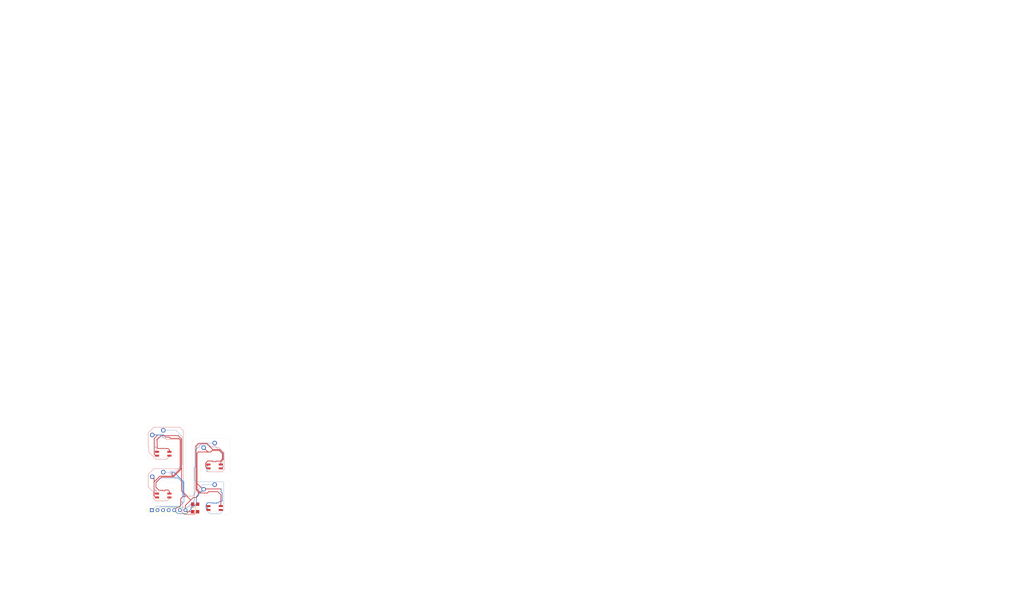
<source format=kicad_pcb>
(kicad_pcb (version 20240108) (generator "pcbnew") (generator_version "8.0")
  (layers (0 "F.Cu" signal) (31 "B.Cu" signal) (34 "B.Paste" user) (35 "F.Paste" user) (36 "B.SilkS" user "B.Silkscreen") (37 "F.SilkS" user "F.Silkscreen") (38 "B.Mask" user) (39 "F.Mask" user) (44 "Edge.Cuts" user))
  (net 0 "")
  (net 1 "Vcc")
  (net 2 "Gnd")
  (net 3 "Din")
  (net 4 "Net-(D13-DOUT)")
  (net 5 "Net-(D14-DOUT)")
  (net 6 "Net-(D13-DIN)")
  (net 7 "Net-(D15-DOUT)")
  (net 8 "Net-(D16-DOUT)")
  (net 9 "sw2")
  (net 10 "sw1")
  (net 11 "sw3")
  (net 12 "sw4")
  (footprint "libs:SK6812_mini_e_corners" (layer "F.Cu") (at -68.9474 129.626399)
    (property "Reference" "D16" (hide yes))
    (property "Value" "RIGHT_LED")
    (fp_circle (center -2.15 1.8) (end -2 1.6) (stroke (width 0.12)) (fill none) (layer "F.SilkS"))
    (fp_line (start -1.7 -1.36) (end -1.7 1.64) (stroke (width 0.1)) (layer "Edge.Cuts"))
    (fp_line (start -0.7 -1.36) (end 0.7 -1.36) (stroke (width 0.1)) (layer "Edge.Cuts"))
    (fp_line (start -0.7 1.64) (end 0.7 1.64) (stroke (width 0.1)) (layer "Edge.Cuts"))
    (fp_line (start 1.7 1.64) (end 1.7 -1.36) (stroke (width 0.1)) (layer "Edge.Cuts"))
    (fp_arc (start -1.7 -1.36) (mid -1.2 -1.86) (end -0.7 -1.36) (stroke (width 0.1)) (layer "Edge.Cuts"))
    (fp_arc (start -0.7 1.64) (mid -1.2 2.14) (end -1.7 1.64) (stroke (width 0.1)) (layer "Edge.Cuts"))
    (fp_arc (start 0.7 -1.36) (mid 1.2 -1.86) (end 1.7 -1.36) (stroke (width 0.1)) (layer "Edge.Cuts"))
    (fp_arc (start 1.7 1.64) (mid 1.2 2.14) (end 0.7 1.64) (stroke (width 0.1)) (layer "Edge.Cuts"))
    (pad "1" smd rect (at 2.825 0.975) (size 1.85 0.85) (layers "F.Cu" "F.Paste" "F.Mask") (net 8 "Net-(D16-DOUT)"))
    (pad "2" smd rect (at -2.825 0.975) (size 1.85 0.85) (layers "F.Cu") (net 2 "Gnd"))
    (pad "3" smd rect (at -2.825 -0.775 180) (size 1.85 0.85) (layers "F.Cu" "F.Paste" "F.Mask") (net 7 "Net-(D15-DOUT)"))
    (pad "4" smd rect (at 2.825 -0.775 180) (size 1.85 0.85) (layers "F.Cu" "F.Paste" "F.Mask") (net 1 "Vcc"))
  )
  (footprint "custom:C_SOD123" (layer "F.Cu") (at -78.85 134.7 90)
    (property "Reference" "C3" (hide yes))
    (property "Value" "NA_C")
    (fp_text user "C" (at 4.6 0.6 90) (layer "F.SilkS") (effects (font (size 0.8 0.8) (thickness 0.2) (bold yes)) (justify left bottom)))
    (pad "1" smd rect (at 3.3 0 90) (size 1.524 1.524) (layers "F.Cu" "F.Paste" "F.Mask") (net 1 "Vcc"))
    (pad "2" smd rect (at 6.7 0 90) (size 1.524 1.524) (layers "F.Cu" "F.Paste" "F.Mask") (net 2 "Gnd"))
  )
  (footprint "libs:SK6812_mini_e_corners" (layer "F.Cu") (at -92.1974 105.076399)
    (property "Reference" "D14" (hide yes))
    (property "Value" "RIGHT_LED")
    (fp_circle (center -2.15 1.8) (end -2 1.6) (stroke (width 0.12)) (fill none) (layer "F.SilkS"))
    (fp_line (start -1.7 -1.36) (end -1.7 1.64) (stroke (width 0.1)) (layer "Edge.Cuts"))
    (fp_line (start -0.7 -1.36) (end 0.7 -1.36) (stroke (width 0.1)) (layer "Edge.Cuts"))
    (fp_line (start -0.7 1.64) (end 0.7 1.64) (stroke (width 0.1)) (layer "Edge.Cuts"))
    (fp_line (start 1.7 1.64) (end 1.7 -1.36) (stroke (width 0.1)) (layer "Edge.Cuts"))
    (fp_arc (start -1.7 -1.36) (mid -1.2 -1.86) (end -0.7 -1.36) (stroke (width 0.1)) (layer "Edge.Cuts"))
    (fp_arc (start -0.7 1.64) (mid -1.2 2.14) (end -1.7 1.64) (stroke (width 0.1)) (layer "Edge.Cuts"))
    (fp_arc (start 0.7 -1.36) (mid 1.2 -1.86) (end 1.7 -1.36) (stroke (width 0.1)) (layer "Edge.Cuts"))
    (fp_arc (start 1.7 1.64) (mid 1.2 2.14) (end 0.7 1.64) (stroke (width 0.1)) (layer "Edge.Cuts"))
    (pad "1" smd rect (at 2.825 0.975) (size 1.85 0.85) (layers "F.Cu" "F.Paste" "F.Mask") (net 5 "Net-(D14-DOUT)"))
    (pad "2" smd rect (at -2.825 0.975) (size 1.85 0.85) (layers "F.Cu") (net 2 "Gnd"))
    (pad "3" smd rect (at -2.825 -0.775 180) (size 1.85 0.85) (layers "F.Cu" "F.Paste" "F.Mask") (net 4 "Net-(D13-DOUT)"))
    (pad "4" smd rect (at 2.825 -0.775 180) (size 1.85 0.85) (layers "F.Cu" "F.Paste" "F.Mask") (net 1 "Vcc"))
  )
  (footprint "libs:SK6812_mini_e_corners" (layer "F.Cu") (at -68.9474 110.826399)
    (property "Reference" "D15" (hide yes))
    (property "Value" "RIGHT_LED")
    (fp_circle (center -2.15 1.8) (end -2 1.6) (stroke (width 0.12)) (fill none) (layer "F.SilkS"))
    (fp_line (start -1.7 -1.36) (end -1.7 1.64) (stroke (width 0.1)) (layer "Edge.Cuts"))
    (fp_line (start -0.7 -1.36) (end 0.7 -1.36) (stroke (width 0.1)) (layer "Edge.Cuts"))
    (fp_line (start -0.7 1.64) (end 0.7 1.64) (stroke (width 0.1)) (layer "Edge.Cuts"))
    (fp_line (start 1.7 1.64) (end 1.7 -1.36) (stroke (width 0.1)) (layer "Edge.Cuts"))
    (fp_arc (start -1.7 -1.36) (mid -1.2 -1.86) (end -0.7 -1.36) (stroke (width 0.1)) (layer "Edge.Cuts"))
    (fp_arc (start -0.7 1.64) (mid -1.2 2.14) (end -1.7 1.64) (stroke (width 0.1)) (layer "Edge.Cuts"))
    (fp_arc (start 0.7 -1.36) (mid 1.2 -1.86) (end 1.7 -1.36) (stroke (width 0.1)) (layer "Edge.Cuts"))
    (fp_arc (start 1.7 1.64) (mid 1.2 2.14) (end 0.7 1.64) (stroke (width 0.1)) (layer "Edge.Cuts"))
    (pad "1" smd rect (at 2.825 0.975) (size 1.85 0.85) (layers "F.Cu" "F.Paste" "F.Mask") (net 7 "Net-(D15-DOUT)"))
    (pad "2" smd rect (at -2.825 0.975) (size 1.85 0.85) (layers "F.Cu") (net 2 "Gnd"))
    (pad "3" smd rect (at -2.825 -0.775 180) (size 1.85 0.85) (layers "F.Cu" "F.Paste" "F.Mask") (net 5 "Net-(D14-DOUT)"))
    (pad "4" smd rect (at 2.825 -0.775 180) (size 1.85 0.85) (layers "F.Cu" "F.Paste" "F.Mask") (net 1 "Vcc"))
  )
  (footprint "Connector_PinHeader_2.54mm:PinHeader_1x07_P2.54mm_Vertical" (layer "F.Cu") (at -97.34 130.7 90)
    (property "Reference" "J7" (at 0 -2.33 270) (layer "F.SilkS"))
    (property "Value" "Conn_01x07_Socket")
    (fp_line (start -1.33 -1.33) (end 0 -1.33) (stroke (width 0.12)) (layer "F.SilkS"))
    (fp_line (start -1.33 0) (end -1.33 -1.33) (stroke (width 0.12)) (layer "F.SilkS"))
    (fp_line (start 1.33 1.27) (end 1.33 16.57) (stroke (width 0.12)) (layer "F.SilkS"))
    (fp_line (start -1.33 1.27) (end 1.33 1.27) (stroke (width 0.12)) (layer "F.SilkS"))
    (fp_line (start -1.33 1.27) (end -1.33 16.57) (stroke (width 0.12)) (layer "F.SilkS"))
    (fp_line (start -1.33 16.57) (end 1.33 16.57) (stroke (width 0.12)) (layer "F.SilkS"))
    (pad "1" thru_hole rect (at 0 0 90) (size 1.7 1.7) (drill 1) (layers "*.Cu" "*.Mask") (net 10 "sw1"))
    (pad "2" thru_hole oval (at 0 2.54 90) (size 1.7 1.7) (drill 1) (layers "*.Cu" "*.Mask") (net 9 "sw2"))
    (pad "3" thru_hole oval (at 0 5.08 90) (size 1.7 1.7) (drill 1) (layers "*.Cu" "*.Mask") (net 11 "sw3"))
    (pad "4" thru_hole oval (at 0 7.62 90) (size 1.7 1.7) (drill 1) (layers "*.Cu" "*.Mask") (net 12 "sw4"))
    (pad "5" thru_hole oval (at 0 10.16 90) (size 1.7 1.7) (drill 1) (layers "*.Cu" "*.Mask") (net 2 "Gnd"))
    (pad "6" thru_hole oval (at 0 12.7 90) (size 1.7 1.7) (drill 1) (layers "*.Cu" "*.Mask") (net 3 "Din"))
    (pad "7" thru_hole oval (at 0 15.24 90) (size 1.7 1.7) (drill 1) (layers "*.Cu" "*.Mask") (net 1 "Vcc"))
  )
  (footprint "custom:R_SOD123" (layer "F.Cu") (at -76.625 134.7 90)
    (property "Reference" "R3" (hide yes))
    (property "Value" "NA_R")
    (fp_text user "R" (at 4.6 0.6 90) (layer "F.SilkS") (effects (font (size 0.8 0.8) (thickness 0.15) (bold yes)) (justify left bottom)))
    (pad "1" smd rect (at 3.3 0 90) (size 1.524 1.524) (layers "F.Cu" "F.Paste" "F.Mask") (net 3 "Din"))
    (pad "2" smd rect (at 6.7 0 90) (size 1.524 1.524) (layers "F.Cu" "F.Paste" "F.Mask") (net 6 "Net-(D13-DIN)"))
  )
  (footprint "libs:SK6812_mini_e_corners" (layer "F.Cu") (at -92.1974 123.976399)
    (property "Reference" "D13" (hide yes))
    (property "Value" "RIGHT_LED")
    (fp_circle (center -2.15 1.8) (end -2 1.6) (stroke (width 0.12)) (fill none) (layer "F.SilkS"))
    (fp_line (start -1.7 -1.36) (end -1.7 1.64) (stroke (width 0.1)) (layer "Edge.Cuts"))
    (fp_line (start -0.7 -1.36) (end 0.7 -1.36) (stroke (width 0.1)) (layer "Edge.Cuts"))
    (fp_line (start -0.7 1.64) (end 0.7 1.64) (stroke (width 0.1)) (layer "Edge.Cuts"))
    (fp_line (start 1.7 1.64) (end 1.7 -1.36) (stroke (width 0.1)) (layer "Edge.Cuts"))
    (fp_arc (start -1.7 -1.36) (mid -1.2 -1.86) (end -0.7 -1.36) (stroke (width 0.1)) (layer "Edge.Cuts"))
    (fp_arc (start -0.7 1.64) (mid -1.2 2.14) (end -1.7 1.64) (stroke (width 0.1)) (layer "Edge.Cuts"))
    (fp_arc (start 0.7 -1.36) (mid 1.2 -1.86) (end 1.7 -1.36) (stroke (width 0.1)) (layer "Edge.Cuts"))
    (fp_arc (start 1.7 1.64) (mid 1.2 2.14) (end 0.7 1.64) (stroke (width 0.1)) (layer "Edge.Cuts"))
    (pad "1" smd rect (at 2.825 0.975) (size 1.85 0.85) (layers "F.Cu" "F.Paste" "F.Mask") (net 4 "Net-(D13-DOUT)"))
    (pad "2" smd rect (at -2.825 0.975) (size 1.85 0.85) (layers "F.Cu") (net 2 "Gnd"))
    (pad "3" smd rect (at -2.825 -0.775 180) (size 1.85 0.85) (layers "F.Cu" "F.Paste" "F.Mask") (net 6 "Net-(D13-DIN)"))
    (pad "4" smd rect (at 2.825 -0.775 180) (size 1.85 0.85) (layers "F.Cu" "F.Paste" "F.Mask") (net 1 "Vcc"))
  )
  (footprint "custom:choc" (layer "B.Cu") (at -92.15 119.4)
    (property "Reference" "SW6" (hide yes))
    (property "Value" "SW_Push")
    (pad "" np_thru_hole circle (at -5.5 0) (size 1.7018 1.7018) (drill 1.7018) (layers "*.Cu" "*.Mask"))
    (pad "" np_thru_hole circle (at 0 0) (size 3.429 3.429) (drill 3.429) (layers "*.Cu" "*.Mask"))
    (pad "" np_thru_hole circle (at 5.22 4.2) (size 0.9906 0.9906) (drill 0.9906) (layers "*.Cu" "*.Mask"))
    (pad "" np_thru_hole circle (at 5.5 0) (size 1.7018 1.7018) (drill 1.7018) (layers "*.Cu" "*.Mask"))
    (pad "1" thru_hole circle (at 0 -5.9) (size 2.032 2.032) (drill 1.27) (layers "*.Cu" "*.Mask") (net 10 "sw1"))
    (pad "2" thru_hole circle (at -5 -3.8) (size 2.032 2.032) (drill 1.27) (layers "*.Cu" "*.Mask") (net 2 "Gnd"))
  )
  (footprint "custom:choc" (layer "B.Cu") (at -92.15 100.5)
    (property "Reference" "SW5" (hide yes))
    (property "Value" "SW_Push")
    (pad "" np_thru_hole circle (at -5.5 0) (size 1.7018 1.7018) (drill 1.7018) (layers "*.Cu" "*.Mask"))
    (pad "" np_thru_hole circle (at 0 0) (size 3.429 3.429) (drill 3.429) (layers "*.Cu" "*.Mask"))
    (pad "" np_thru_hole circle (at 5.22 4.2) (size 0.9906 0.9906) (drill 0.9906) (layers "*.Cu" "*.Mask"))
    (pad "" np_thru_hole circle (at 5.5 0) (size 1.7018 1.7018) (drill 1.7018) (layers "*.Cu" "*.Mask"))
    (pad "1" thru_hole circle (at 0 -5.9) (size 2.032 2.032) (drill 1.27) (layers "*.Cu" "*.Mask") (net 9 "sw2"))
    (pad "2" thru_hole circle (at -5 -3.8) (size 2.032 2.032) (drill 1.27) (layers "*.Cu" "*.Mask") (net 2 "Gnd"))
  )
  (footprint "custom:choc" (layer "B.Cu") (at -68.9 125.05)
    (property "Reference" "SW7" (hide yes))
    (property "Value" "SW_Push")
    (pad "" np_thru_hole circle (at -5.5 0) (size 1.7018 1.7018) (drill 1.7018) (layers "*.Cu" "*.Mask"))
    (pad "" np_thru_hole circle (at 0 0) (size 3.429 3.429) (drill 3.429) (layers "*.Cu" "*.Mask"))
    (pad "" np_thru_hole circle (at 5.22 4.2) (size 0.9906 0.9906) (drill 0.9906) (layers "*.Cu" "*.Mask"))
    (pad "" np_thru_hole circle (at 5.5 0) (size 1.7018 1.7018) (drill 1.7018) (layers "*.Cu" "*.Mask"))
    (pad "1" thru_hole circle (at 0 -5.9) (size 2.032 2.032) (drill 1.27) (layers "*.Cu" "*.Mask") (net 12 "sw4"))
    (pad "2" thru_hole circle (at -5 -3.8) (size 2.032 2.032) (drill 1.27) (layers "*.Cu" "*.Mask") (net 2 "Gnd"))
  )
  (footprint "custom:choc" (layer "B.Cu") (at -68.9 106.25)
    (property "Reference" "SW8" (hide yes))
    (property "Value" "SW_Push")
    (pad "" np_thru_hole circle (at -5.5 0) (size 1.7018 1.7018) (drill 1.7018) (layers "*.Cu" "*.Mask"))
    (pad "" np_thru_hole circle (at 0 0) (size 3.429 3.429) (drill 3.429) (layers "*.Cu" "*.Mask"))
    (pad "" np_thru_hole circle (at 5.22 4.2) (size 0.9906 0.9906) (drill 0.9906) (layers "*.Cu" "*.Mask"))
    (pad "" np_thru_hole circle (at 5.5 0) (size 1.7018 1.7018) (drill 1.7018) (layers "*.Cu" "*.Mask"))
    (pad "1" thru_hole circle (at 0 -5.9) (size 2.032 2.032) (drill 1.27) (layers "*.Cu" "*.Mask") (net 11 "sw3"))
    (pad "2" thru_hole circle (at -5 -3.8) (size 2.032 2.032) (drill 1.27) (layers "*.Cu" "*.Mask") (net 2 "Gnd"))
  )
  (gr_line (start -90.449797 99.367897) (end -85.6 99.4) (stroke (width 0.05)) (layer "Edge.Cuts"))
  (gr_arc (start -61.85 112.3) (mid -62.28934 113.36066) (end -63.35 113.8) (stroke (width 0.05)) (layer "Edge.Cuts"))
  (gr_arc (start -70.600203 105.167897) (mid -66.890324 106.098871) (end -70.419247 107.574208) (stroke (width 0.05)) (layer "Edge.Cuts"))
  (gr_line (start -63.35 117.1) (end -69.0474 117.103601) (stroke (width 0.05)) (layer "Edge.Cuts"))
  (gr_line (start -85.6 99.4) (end -85.6 111.303601) (stroke (width 0.05)) (layer "Edge.Cuts"))
  (gr_arc (start -71.85 132.7) (mid -72.91066 132.26066) (end -73.35 131.2) (stroke (width 0.05)) (layer "Edge.Cuts"))
  (gr_arc (start -63.35 117.1) (mid -62.28934 117.53934) (end -61.85 118.6) (stroke (width 0.05)) (layer "Edge.Cuts"))
  (gr_line (start -82.1 92.4) (end -82.1 100.4) (stroke (width 0.05)) (layer "Edge.Cuts"))
  (gr_line (start -99.2 112.8) (end -99.2 125.4) (stroke (width 0.05)) (layer "Edge.Cuts"))
  (gr_line (start -85.6 128.4) (end -99.1 128.4) (stroke (width 0.05)) (layer "Edge.Cuts"))
  (gr_arc (start -97.68934 107.98934) (mid -98.75 107.55) (end -99.18934 106.48934) (stroke (width 0.05)) (layer "Edge.Cuts"))
  (gr_line (start -85.6026 118.303601) (end -85.6 128.4) (stroke (width 0.05)) (layer "Edge.Cuts"))
  (gr_line (start -73.35 107.6) (end -73.35 113.8) (stroke (width 0.05)) (layer "Edge.Cuts"))
  (gr_arc (start -70.597603 124.071498) (mid -66.887725 125.00247) (end -70.416647 126.477809) (stroke (width 0.05)) (layer "Edge.Cuts"))
  (gr_line (start -90.452397 118.271498) (end -85.6026 118.303601) (stroke (width 0.05)) (layer "Edge.Cuts"))
  (gr_line (start -92 92.4) (end -97.7 92.4) (stroke (width 0.05)) (layer "Edge.Cuts"))
  (gr_line (start -75.45 117.103601) (end -69.0474 117.103601) (stroke (width 0.05)) (layer "Edge.Cuts"))
  (gr_line (start -92.0026 111.303601) (end -85.6 111.303601) (stroke (width 0.05)) (layer "Edge.Cuts"))
  (gr_arc (start -90.633353 120.677809) (mid -94.162276 119.202472) (end -90.452397 118.271498) (stroke (width 0.05)) (layer "Edge.Cuts"))
  (gr_line (start -87.7 108) (end -87.7 101.8) (stroke (width 0.05)) (layer "Edge.Cuts"))
  (gr_arc (start -99.2 112.8) (mid -98.76066 111.73934) (end -97.7 111.3) (stroke (width 0.05)) (layer "Edge.Cuts"))
  (gr_line (start -75.45 105.2) (end -70.600203 105.167897) (stroke (width 0.05)) (layer "Edge.Cuts"))
  (gr_arc (start -63.35 98.21066) (mid -62.28934 98.65) (end -61.85 99.71066) (stroke (width 0.05)) (layer "Edge.Cuts"))
  (gr_line (start -87.7 101.8) (end -90.630753 101.774208) (stroke (width 0.05)) (layer "Edge.Cuts"))
  (gr_line (start -78.9 122.1) (end -78.95 106.2) (stroke (width 0.05)) (layer "Edge.Cuts"))
  (gr_line (start -82.1 100.4) (end -82.1 122.1) (stroke (width 0.05)) (layer "Edge.Cuts"))
  (gr_line (start -61.85 112.3) (end -61.85 99.71066) (stroke (width 0.05)) (layer "Edge.Cuts"))
  (gr_line (start -73.35 113.8) (end -63.35 113.8) (stroke (width 0.05)) (layer "Edge.Cuts"))
  (gr_line (start -70.419247 107.574208) (end -73.35 107.6) (stroke (width 0.05)) (layer "Edge.Cuts"))
  (gr_line (start -87.7 125.4) (end -87.7026 120.703601) (stroke (width 0.05)) (layer "Edge.Cuts"))
  (gr_line (start -73.3474 126.503601) (end -73.35 131.2) (stroke (width 0.05)) (layer "Edge.Cuts"))
  (gr_line (start -92 92.4) (end -82.1 92.4) (stroke (width 0.05)) (layer "Edge.Cuts"))
  (gr_line (start -75.4474 124.103601) (end -70.597603 124.071498) (stroke (width 0.05)) (layer "Edge.Cuts"))
  (gr_line (start -78.95 106.2) (end -78.95 99.7) (stroke (width 0.05)) (layer "Edge.Cuts"))
  (gr_line (start -97.7 126.9) (end -89.2 126.9) (stroke (width 0.05)) (layer "Edge.Cuts"))
  (gr_line (start -99.1 133) (end -75.4474 133) (stroke (width 0.05)) (layer "Edge.Cuts"))
  (gr_line (start -61.85 131.2) (end -61.85 118.6) (stroke (width 0.05)) (layer "Edge.Cuts"))
  (gr_arc (start -78.9 122.1) (mid -80.5 123.7) (end -82.1 122.1) (stroke (width 0.05)) (layer "Edge.Cuts"))
  (gr_arc (start -61.85 131.2) (mid -62.28934 132.26066) (end -63.35 132.7) (stroke (width 0.05)) (layer "Edge.Cuts"))
  (gr_line (start -99.1 128.4) (end -99.1 133) (stroke (width 0.05)) (layer "Edge.Cuts"))
  (gr_arc (start -90.630753 101.774208) (mid -94.159676 100.298871) (end -90.449797 99.367897) (stroke (width 0.05)) (layer "Edge.Cuts"))
  (gr_line (start -70.416647 126.477809) (end -73.3474 126.503601) (stroke (width 0.05)) (layer "Edge.Cuts"))
  (gr_line (start -71.85 132.7) (end -63.35 132.7) (stroke (width 0.05)) (layer "Edge.Cuts"))
  (gr_line (start -75.4474 133) (end -75.4474 124.103601) (stroke (width 0.05)) (layer "Edge.Cuts"))
  (gr_line (start -75.45 117.103601) (end -75.45 105.2) (stroke (width 0.05)) (layer "Edge.Cuts"))
  (gr_arc (start -99.2 93.9) (mid -98.76066 92.83934) (end -97.7 92.4) (stroke (width 0.05)) (layer "Edge.Cuts"))
  (gr_line (start -87.7026 120.703601) (end -90.633353 120.677809) (stroke (width 0.05)) (layer "Edge.Cuts"))
  (gr_arc (start -97.7 126.9) (mid -98.76066 126.46066) (end -99.2 125.4) (stroke (width 0.05)) (layer "Edge.Cuts"))
  (gr_arc (start -87.7 125.4) (mid -88.13934 126.46066) (end -89.2 126.9) (stroke (width 0.05)) (layer "Edge.Cuts"))
  (gr_line (start -99.2 93.9) (end -99.18934 106.48934) (stroke (width 0.05)) (layer "Edge.Cuts"))
  (gr_line (start -63.35 98.21066) (end -69.05 98.2) (stroke (width 0.05)) (layer "Edge.Cuts"))
  (gr_arc (start -78.95 99.7) (mid -78.51066 98.63934) (end -77.45 98.2) (stroke (width 0.05)) (layer "Edge.Cuts"))
  (gr_line (start -97.68934 107.98934) (end -87.7 108) (stroke (width 0.05)) (layer "Edge.Cuts"))
  (gr_line (start -77.45 98.2) (end -69.05 98.2) (stroke (width 0.05)) (layer "Edge.Cuts"))
  (gr_line (start -92.0026 111.303601) (end -97.7 111.3) (stroke (width 0.05)) (layer "Edge.Cuts"))
  (segment (start -95.5 118.3) (end -93 115.8) (width 0.3) (layer "F.Cu") (net 1))
  (segment (start -89.9 102.9) (end -89.3724 103.4276) (width 0.3) (layer "F.Cu") (net 1))
  (segment (start -89.3724 123.201399) (end -89.3724 122.2276) (width 0.3) (layer "F.Cu") (net 1))
  (segment (start -67.5 122.35) (end -71.6 122.35) (width 0.3) (layer "F.Cu") (net 1))
  (segment (start -91.2 121.6) (end -91.5 121.9) (width 0.3) (layer "F.Cu") (net 1))
  (segment (start -76.35 124.1) (end -76.35 122.4) (width 0.3) (layer "F.Cu") (net 1))
  (segment (start -93 115.8) (end -87.7 115.8) (width 0.3) (layer "F.Cu") (net 1))
  (segment (start -77.3 125.05) (end -78.65 125.05) (width 0.3) (layer "F.Cu") (net 1))
  (segment (start -83.9 98.5) (end -85.4 97) (width 0.3) (layer "F.Cu") (net 1))
  (segment (start -90 121.6) (end -91.2 121.6) (width 0.3) (layer "F.Cu") (net 1))
  (segment (start -66.1224 108.8724) (end -65 107.75) (width 0.3) (layer "F.Cu") (net 1))
  (segment (start -79.75 126.15) (end -82.1 128.5) (width 0.3) (layer "F.Cu") (net 1))
  (segment (start -77.3 101.75) (end -77.3 121.45) (width 0.3) (layer "F.Cu") (net 1))
  (segment (start -66.1224 123.7276) (end -67.5 122.35) (width 0.3) (layer "F.Cu") (net 1))
  (segment (start -89.3724 122.2276) (end -90 121.6) (width 0.3) (layer "F.Cu") (net 1))
  (segment (start -71.6 122.35) (end -72.2 122.95) (width 0.3) (layer "F.Cu") (net 1))
  (segment (start -95.5 120.3) (end -95.5 118.3) (width 0.3) (layer "F.Cu") (net 1))
  (segment (start -69.85 103.25) (end -72.45 100.65) (width 0.3) (layer "F.Cu") (net 1))
  (segment (start -93.1 97) (end -94.9 98.8) (width 0.3) (layer "F.Cu") (net 1))
  (segment (start -91.5 121.9) (end -92.4 121.9) (width 0.3) (layer "F.Cu") (net 1))
  (segment (start -66.6 103.25) (end -69.85 103.25) (width 0.3) (layer "F.Cu") (net 1))
  (segment (start -72.45 100.65) (end -76.2 100.65) (width 0.3) (layer "F.Cu") (net 1))
  (segment (start -92.6 121.7) (end -94.1 121.7) (width 0.3) (layer "F.Cu") (net 1))
  (segment (start -90.5 102.9) (end -89.9 102.9) (width 0.3) (layer "F.Cu") (net 1))
  (segment (start -94.9 102.4) (end -94.5 102.8) (width 0.3) (layer "F.Cu") (net 1))
  (segment (start -83.9 122) (end -79.75 126.15) (width 0.3) (layer "F.Cu") (net 1))
  (segment (start -83.9 111.75) (end -83.9 122) (width 0.3) (layer "F.Cu") (net 1))
  (segment (start -83.9 112) (end -83.9 111.75) (width 0.3) (layer "F.Cu") (net 1))
  (segment (start -94.5 102.8) (end -90.6 102.8) (width 0.3) (layer "F.Cu") (net 1))
  (segment (start -89.3724 104.301399) (end -89.3724 103.4276) (width 0.3) (layer "F.Cu") (net 1))
  (segment (start -78.65 125.05) (end -79.75 126.15) (width 0.3) (layer "F.Cu") (net 1))
  (segment (start -66.1224 108.8724) (end -66.1224 110.051399) (width 0.3) (layer "F.Cu") (net 1))
  (segment (start -78.85 131.4) (end -81.4 131.4) (width 0.3) (layer "F.Cu") (net 1))
  (segment (start -90.6 102.8) (end -90.5 102.9) (width 0.3) (layer "F.Cu") (net 1))
  (segment (start -85.4 97) (end -93.1 97) (width 0.3) (layer "F.Cu") (net 1))
  (segment (start -65 104.85) (end -66.6 103.25) (width 0.3) (layer "F.Cu") (net 1))
  (segment (start -77.175 124.925) (end -77.3 125.05) (width 0.3) (layer "F.Cu") (net 1))
  (segment (start -82.1 128.5) (end -82.1 130.7) (width 0.3) (layer "F.Cu") (net 1))
  (segment (start -94.9 98.8) (end -94.9 102.4) (width 0.3) (layer "F.Cu") (net 1))
  (segment (start -66.1224 128.851399) (end -66.1224 123.7276) (width 0.3) (layer "F.Cu") (net 1))
  (segment (start -92.4 121.9) (end -92.6 121.7) (width 0.3) (layer "F.Cu") (net 1))
  (segment (start -77.3 121.45) (end -76.35 122.4) (width 0.3) (layer "F.Cu") (net 1))
  (segment (start -94.1 121.7) (end -95.5 120.3) (width 0.3) (layer "F.Cu") (net 1))
  (segment (start -75.8 122.95) (end -76.35 122.4) (width 0.3) (layer "F.Cu") (net 1))
  (segment (start -87.7 115.8) (end -83.9 112) (width 0.3) (layer "F.Cu") (net 1))
  (segment (start -83.9 111.75) (end -83.9 98.5) (width 0.3) (layer "F.Cu") (net 1))
  (segment (start -72.2 122.95) (end -75.8 122.95) (width 0.3) (layer "F.Cu") (net 1))
  (segment (start -65 107.75) (end -65 104.85) (width 0.3) (layer "F.Cu") (net 1))
  (segment (start -77.175 124.925) (end -76.35 124.1) (width 0.3) (layer "F.Cu") (net 1))
  (segment (start -76.2 100.65) (end -77.3 101.75) (width 0.3) (layer "F.Cu") (net 1))
  (segment (start -81.4 131.4) (end -82.1 130.7) (width 0.3) (layer "F.Cu") (net 1))
  (segment (start -91.1 97.7) (end -89.425 97.7) (width 0.3) (layer "F.Cu") (net 2))
  (segment (start -84.35 111.813604) (end -87.886396 115.35) (width 0.3) (layer "F.Cu") (net 2))
  (segment (start -79.6 129.45) (end -78.85 128.7) (width 0.3) (layer "F.Cu") (net 2))
  (segment (start -76.313604 104.4) (end -76.85 104.936396) (width 0.3) (layer "F.Cu") (net 2))
  (segment (start -84.275 125.525) (end -83.325 124.575) (width 0.3) (layer "F.Cu") (net 2))
  (segment (start -68.2 108.55) (end -66.436396 108.55) (width 0.3) (layer "F.Cu") (net 2))
  (segment (start -75.031802 122.381802) (end -73.9 121.25) (width 0.3) (layer "F.Cu") (net 2))
  (segment (start -96.3 117.9) (end -93.75 115.35) (width 0.3) (layer "F.Cu") (net 2))
  (segment (start -88.1 113.85) (end -88.1 115.35) (width 0.3) (layer "F.Cu") (net 2))
  (segment (start -96.3 116.45) (end -97.15 115.6) (width 0.3) (layer "F.Cu") (net 2))
  (segment (start -89.425 97.7) (end -88.875 98.25) (width 0.3) (layer "F.Cu") (net 2))
  (segment (start -72.523799 129.85) (end -71.7724 130.601399) (width 0.3) (layer "F.Cu") (net 2))
  (segment (start -85.125 129.45) (end -84.275 128.6) (width 0.3) (layer "F.Cu") (net 2))
  (segment (start -72 108.45) (end -70 108.45) (width 0.3) (layer "F.Cu") (net 2))
  (segment (start -95.5224 124.951399) (end -96.3 124.173799) (width 0.3) (layer "F.Cu") (net 2))
  (segment (start -75.731802 122.381802) (end -75.031802 122.381802) (width 0.3) (layer "F.Cu") (net 2))
  (segment (start -93.75 115.35) (end -88.1 115.35) (width 0.3) (layer "F.Cu") (net 2))
  (segment (start -95.0224 106.051399) (end -95.5224 106.051399) (width 0.3) (layer "F.Cu") (net 2))
  (segment (start -84.275 128.6) (end -84.275 125.525) (width 0.3) (layer "F.Cu") (net 2))
  (segment (start -70 108.45) (end -69.7 108.75) (width 0.3) (layer "F.Cu") (net 2))
  (segment (start -84.35 98.95) (end -84.35 111.813604) (width 0.3) (layer "F.Cu") (net 2))
  (segment (start -96.3 124.173799) (end -96.3 117.9) (width 0.3) (layer "F.Cu") (net 2))
  (segment (start -66 121.1) (end -74.4 121.1) (width 0.3) (layer "F.Cu") (net 2))
  (segment (start -70 103.7) (end -70.7 104.4) (width 0.3) (layer "F.Cu") (net 2))
  (segment (start -87.886396 115.35) (end -88.1 115.35) (width 0.3) (layer "F.Cu") (net 2))
  (segment (start -83.325 124.575) (end -82.125 124.575) (width 0.3) (layer "F.Cu") (net 2))
  (segment (start -70.7 104.4) (end -71.85 104.4) (width 0.3) (layer "F.Cu") (net 2))
  (segment (start -72.9974 111.076399) (end -72.9974 109.4474) (width 0.3) (layer "F.Cu") (net 2))
  (segment (start -74.4 121.1) (end -76.85 118.65) (width 0.3) (layer "F.Cu") (net 2))
  (segment (start -72.9974 109.4474) (end -72 108.45) (width 0.3) (layer "F.Cu") (net 2))
  (segment (start -96.2474 105.326399) (end -96.2474 98.3474) (width 0.3) (layer "F.Cu") (net 2))
  (segment (start -76.85 104.936396) (end -76.85 118.65) (width 0.3) (layer "F.Cu") (net 2))
  (segment (start -76.85 118.65) (end -76.85 121.263604) (width 0.3) (layer "F.Cu") (net 2))
  (segment (start -71.85 104.4) (end -76.313604 104.4) (width 0.3) (layer "F.Cu") (net 2))
  (segment (start -71.7724 111.801399) (end -72.2724 111.801399) (width 0.3) (layer "F.Cu") (net 2))
  (segment (start -88.875 98.25) (end -85.05 98.25) (width 0.3) (layer "F.Cu") (net 2))
  (segment (start -88.35 113.6) (end -88.1 113.85) (width 0.3) (layer "F.Cu") (net 2))
  (segment (start -72.2724 111.801399) (end -72.9974 111.076399) (width 0.3) (layer "F.Cu") (net 2))
  (segment (start -68.4 108.75) (end -68.2 108.55) (width 0.3) (layer "F.Cu") (net 2))
  (segment (start -96.3 117.9) (end -96.3 116.45) (width 0.3) (layer "F.Cu") (net 2))
  (segment (start -71.95 104.4) (end -71.85 104.4) (width 0.3) (layer "F.Cu") (net 2))
  (segment (start -69.7 108.75) (end -68.4 108.75) (width 0.3) (layer "F.Cu") (net 2))
  (segment (start -73.9 102.45) (end -71.95 104.4) (width 0.3) (layer "F.Cu") (net 2))
  (segment (start -95.5224 106.051399) (end -96.2474 105.326399) (width 0.3) (layer "F.Cu") (net 2))
  (segment (start -76.85 121.263604) (end -75.731802 122.381802) (width 0.3) (layer "F.Cu") (net 2))
  (segment (start -72.8 129.85) (end -72.523799 129.85) (width 0.3) (layer "F.Cu") (net 2))
  (segment (start -65.45 105.15) (end -66.9 103.7) (width 0.3) (layer "F.Cu") (net 2))
  (segment (start -65.45 107.563604) (end -65.45 105.15) (width 0.3) (layer "F.Cu") (net 2))
  (segment (start -95.0224 124.951399) (end -95.5224 124.951399) (width 0.3) (layer "F.Cu") (net 2))
  (segment (start -96.2474 98.3474) (end -94.6 96.7) (width 0.3) (layer "F.Cu") (net 2))
  (segment (start -78.85 128.7) (end -78.85 128) (width 0.3) (layer "F.Cu") (net 2))
  (segment (start -85.05 98.25) (end -84.35 98.95) (width 0.3) (layer "F.Cu") (net 2))
  (segment (start -66.9 103.7) (end -70 103.7) (width 0.3) (layer "F.Cu") (net 2))
  (segment (start -66.436396 108.55) (end -65.45 107.563604) (width 0.3) (layer "F.Cu") (net 2))
  (segment (start -87.18 130.7) (end -85.93 129.45) (width 0.3) (layer "F.Cu") (net 2))
  (segment (start -85.93 129.45) (end -85.125 129.45) (width 0.3) (layer "F.Cu") (net 2))
  (via (at -79.6 129.45) (size 0.5) (drill 0.3) (layers "F.Cu" "B.Cu") (net 2))
  (via (at -88.35 113.6) (size 0.5) (drill 0.3) (layers "F.Cu" "B.Cu") (net 2))
  (via (at -82.125 124.575) (size 0.5) (drill 0.3) (layers "F.Cu" "B.Cu") (net 2))
  (via (at -91.1 97.7) (size 0.5) (drill 0.3) (layers "F.Cu" "B.Cu") (net 2))
  (via (at -72.8 129.85) (size 0.5) (drill 0.3) (layers "F.Cu" "B.Cu") (net 2))
  (via (at -66 121.1) (size 0.5) (drill 0.3) (layers "F.Cu" "B.Cu") (net 2))
  (via (at -94.6 96.7) (size 0.5) (drill 0.3) (layers "F.Cu" "B.Cu") (net 2))
  (segment (start -92.1 96.7) (end -94.6 96.7) (width 0.3) (layer "B.Cu") (net 2))
  (segment (start -72.5 127.75) (end -72.5 128.05) (width 0.3) (layer "B.Cu") (net 2))
  (segment (start -72.5 128.05) (end -72.8 128.35) (width 0.3) (layer "B.Cu") (net 2))
  (segment (start -67.2 127.35) (end -67.9 127.35) (width 0.3) (layer "B.Cu") (net 2))
  (segment (start -69.8 127.35) (end -72.1 127.35) (width 0.3) (layer "B.Cu") (net 2))
  (segment (start -77.15 127.8) (end -77.15 124.5) (width 0.3) (layer "B.Cu") (net 2))
  (segment (start -68 127.45) (end -68.2 127.45) (width 0.3) (layer "B.Cu") (net 2))
  (segment (start -67.9 127.35) (end -68 127.45) (width 0.3) (layer "B.Cu") (net 2))
  (segment (start -91.1 97.7) (end -92.1 96.7) (width 0.3) (layer "B.Cu") (net 2))
  (segment (start -69.6 127.55) (end -69.8 127.35) (width 0.3) (layer "B.Cu") (net 2))
  (segment (start -65.5 122.95) (end -65.5 126.65) (width 0.3) (layer "B.Cu") (net 2))
  (segment (start -82.125 124.575) (end -82.875 123.825) (width 0.3) (layer "B.Cu") (net 2))
  (segment (start -85.63 132.25) (end -87.18 130.7) (width 0.3) (layer "B.Cu") (net 2))
  (segment (start -79.6 130.25) (end -81.6 132.25) (width 0.3) (layer "B.Cu") (net 2))
  (segment (start -82.875 123.825) (end -82.875 117.9) (width 0.3) (layer "B.Cu") (net 2))
  (segment (start -72.8 128.35) (end -72.8 129.85) (width 0.3) (layer "B.Cu") (net 2))
  (segment (start -66 121.1) (end -66 122.45) (width 0.3) (layer "B.Cu") (net 2))
  (segment (start -66 122.45) (end -65.5 122.95) (width 0.3) (layer "B.Cu") (net 2))
  (segment (start -68.3 127.55) (end -69.6 127.55) (width 0.3) (layer "B.Cu") (net 2))
  (segment (start -87.175 113.6) (end -88.35 113.6) (width 0.3) (layer "B.Cu") (net 2))
  (segment (start -81.6 132.25) (end -85.63 132.25) (width 0.3) (layer "B.Cu") (net 2))
  (segment (start -79.6 129.45) (end -78.8 129.45) (width 0.3) (layer "B.Cu") (net 2))
  (segment (start -65.5 126.65) (end -66.5 126.65) (width 0.3) (layer "B.Cu") (net 2))
  (segment (start -78.8 129.45) (end -77.15 127.8) (width 0.3) (layer "B.Cu") (net 2))
  (segment (start -66.5 126.65) (end -67.2 127.35) (width 0.3) (layer "B.Cu") (net 2))
  (segment (start -68.2 127.45) (end -68.3 127.55) (width 0.3) (layer "B.Cu") (net 2))
  (segment (start -79.6 129.45) (end -79.6 130.25) (width 0.3) (layer "B.Cu") (net 2))
  (segment (start -77.15 124.5) (end -73.9 121.25) (width 0.3) (layer "B.Cu") (net 2))
  (segment (start -82.875 117.9) (end -87.175 113.6) (width 0.3) (layer "B.Cu") (net 2))
  (segment (start -72.1 127.35) (end -72.5 127.75) (width 0.3) (layer "B.Cu") (net 2))
  (segment (start -94.6 96.7) (end -97.15 96.7) (width 0.3) (layer "B.Cu") (net 2))
  (segment (start -82.665 132.675) (end -84.64 130.7) (width 0.1) (layer "F.Cu") (net 3))
  (segment (start -76.625 131.4) (end -77.9 132.675) (width 0.1) (layer "F.Cu") (net 3))
  (segment (start -77.9 132.675) (end -82.665 132.675) (width 0.1) (layer "F.Cu") (net 3))
  (segment (start -84.7 99.094974) (end -85.194974 98.6) (width 0.1) (layer "F.Cu") (net 4))
  (segment (start -85.05637 112.025) (end -84.7 111.66863) (width 0.1) (layer "F.Cu") (net 4))
  (segment (start -95.625 126.525) (end -96.65 125.5) (width 0.1) (layer "F.Cu") (net 4))
  (segment (start -91.2 98.2) (end -91.725 98.2) (width 0.1) (layer "F.Cu") (net 4))
  (segment (start -98.9 120.25) (end -98.9 114.35) (width 0.1) (layer "F.Cu") (net 4))
  (segment (start -85.194974 98.6) (end -90.8 98.6) (width 0.1) (layer "F.Cu") (net 4))
  (segment (start -96.65 125.5) (end -96.65 122.5) (width 0.1) (layer "F.Cu") (net 4))
  (segment (start -89.3724 124.951399) (end -89.3724 125.6) (width 0.1) (layer "F.Cu") (net 4))
  (segment (start -98.9 114.35) (end -96.575 112.025) (width 0.1) (layer "F.Cu") (net 4))
  (segment (start -96.575 112.025) (end -85.05637 112.025) (width 0.1) (layer "F.Cu") (net 4))
  (segment (start -89.3724 125.6) (end -90.2974 126.525) (width 0.1) (layer "F.Cu") (net 4))
  (segment (start -95.0224 102.8526) (end -95.0224 104.301399) (width 0.1) (layer "F.Cu") (net 4))
  (segment (start -84.7 111.66863) (end -84.7 99.094974) (width 0.1) (layer "F.Cu") (net 4))
  (segment (start -91.725 98.2) (end -92.275 97.65) (width 0.1) (layer "F.Cu") (net 4))
  (segment (start -90.2974 126.525) (end -95.625 126.525) (width 0.1) (layer "F.Cu") (net 4))
  (segment (start -96.65 122.5) (end -98.9 120.25) (width 0.1) (layer "F.Cu") (net 4))
  (segment (start -95.675 102.2) (end -95.0224 102.8526) (width 0.1) (layer "F.Cu") (net 4))
  (segment (start -90.8 98.6) (end -91.2 98.2) (width 0.1) (layer "F.Cu") (net 4))
  (via (at -92.275 97.65) (size 0.5) (drill 0.3) (layers "F.Cu" "B.Cu") (net 4))
  (via (at -95.675 102.2) (size 0.5) (drill 0.3) (layers "F.Cu" "B.Cu") (net 4))
  (segment (start -92.275 97.65) (end -94.15 97.65) (width 0.1) (layer "B.Cu") (net 4))
  (segment (start -95.525 99.025) (end -95.675 99.175) (width 0.1) (layer "B.Cu") (net 4))
  (segment (start -95.675 99.175) (end -95.675 102.2) (width 0.1) (layer "B.Cu") (net 4))
  (segment (start -94.15 97.65) (end -95.525 99.025) (width 0.1) (layer "B.Cu") (net 4))
  (segment (start -95.525 107.625) (end -98.6509 104.4991) (width 0.1) (layer "F.Cu") (net 5))
  (segment (start -83.125 94.8) (end -83.125 107.025) (width 0.1) (layer "F.Cu") (net 5))
  (segment (start -90.675 107.55) (end -90.75 107.625) (width 0.1) (layer "F.Cu") (net 5))
  (segment (start -70.377513 102.227513) (end -67.127512 102.227513) (width 0.1) (layer "F.Cu") (net 5))
  (segment (start -71.7724 110.2474) (end -71.7724 110.051399) (width 0.1) (layer "F.Cu") (net 5))
  (segment (start -77.825 117.85) (end -77.825 101.780025) (width 0.1) (layer "F.Cu") (net 5))
  (segment (start -82.052513 123.352513) (end -81.080026 124.325) (width 0.1) (layer "F.Cu") (net 5))
  (segment (start -72.305026 100.3) (end -70.377513 102.227513) (width 0.1) (layer "F.Cu") (net 5))
  (segment (start -83.15 107.05) (end -83.15 122.255026) (width 0.1) (layer "F.Cu") (net 5))
  (segment (start -98.925 101.65) (end -98.925 95.675) (width 0.1) (layer "F.Cu") (net 5))
  (segment (start -77.825 123.25) (end -77.825 117.85) (width 0.1) (layer "F.Cu") (net 5))
  (segment (start -72.375 110.85) (end -71.7724 110.2474) (width 0.1) (layer "F.Cu") (net 5))
  (segment (start -90.75 107.625) (end -95.525 107.625) (width 0.1) (layer "F.Cu") (net 5))
  (segment (start -65.625 113.4) (end -72.025 113.4) (width 0.1) (layer "F.Cu") (net 5))
  (segment (start -98.925 95.675) (end -96.85 93.6) (width 0.1) (layer "F.Cu") (net 5))
  (segment (start -98.6509 101.9741) (end -98.95 101.675) (width 0.1) (layer "F.Cu") (net 5))
  (segment (start -89.3724 106.4474) (end -90.475 107.55) (width 0.1) (layer "F.Cu") (net 5))
  (segment (start -67.127512 102.227513) (end -64.65 104.705025) (width 0.1) (layer "F.Cu") (net 5))
  (segment (start -72.025 113.4) (end -72.4 113.025) (width 0.1) (layer "F.Cu") (net 5))
  (segment (start -64.65 112.425) (end -65.625 113.4) (width 0.1) (layer "F.Cu") (net 5))
  (segment (start -83.125 107.025) (end -83.15 107.05) (width 0.1) (layer "F.Cu") (net 5))
  (segment (start -84.8 93.125) (end -83.125 94.8) (width 0.1) (layer "F.Cu") (net 5))
  (segment (start -77.825 101.780025) (end -76.344975 100.3) (width 0.1) (layer "F.Cu") (net 5))
  (segment (start -90.475 107.55) (end -90.675 107.55) (width 0.1) (layer "F.Cu") (net 5))
  (segment (start -83.15 122.255026) (end -82.052513 123.352513) (width 0.1) (layer "F.Cu") (net 5))
  (segment (start -89.3724 106.051399) (end -89.3724 106.4474) (width 0.1) (layer "F.Cu") (net 5))
  (segment (start -96.85 93.6) (end -96.375 93.125) (width 0.1) (layer "F.Cu") (net 5))
  (segment (start -73.975 100.3) (end -72.305026 100.3) (width 0.1) (layer "F.Cu") (net 5))
  (segment (start -91.9 93.125) (end -84.8 93.125) (width 0.1) (layer "F.Cu") (net 5))
  (segment (start -81.080026 124.325) (end -78.9 124.325) (width 0.1) (layer "F.Cu") (net 5))
  (segment (start -64.65 107.325) (end -64.65 112.425) (width 0.1) (layer "F.Cu") (net 5))
  (segment (start -96.375 93.125) (end -91.9 93.125) (width 0.1) (layer "F.Cu") (net 5))
  (segment (start -76.344975 100.3) (end -73.975 100.3) (width 0.1) (layer "F.Cu") (net 5))
  (segment (start -64.65 104.705025) (end -64.65 107.325) (width 0.1) (layer "F.Cu") (net 5))
  (segment (start -98.95 101.675) (end -98.925 101.65) (width 0.1) (layer "F.Cu") (net 5))
  (segment (start -78.9 124.325) (end -77.825 123.25) (width 0.1) (layer "F.Cu") (net 5))
  (segment (start -98.6509 104.4991) (end -98.6509 101.9741) (width 0.1) (layer "F.Cu") (net 5))
  (via (at -72.375 110.85) (size 0.5) (drill 0.3) (layers "F.Cu" "B.Cu") (net 5))
  (via (at -72.4 113.025) (size 0.5) (drill 0.3) (layers "F.Cu" "B.Cu") (net 5))
  (segment (start -72.4 113.025) (end -72.4 110.875) (width 0.1) (layer "B.Cu") (net 5))
  (segment (start -72.4 110.875) (end -72.375 110.85) (width 0.1) (layer "B.Cu") (net 5))
  (segment (start -83.65 127.1) (end -83.4 127.35) (width 0.1) (layer "F.Cu") (net 6))
  (segment (start -83.4 131.657158) (end -82.582158 132.475) (width 0.1) (layer "F.Cu") (net 6))
  (segment (start -83.4 127.35) (end -83.4 131.657158) (width 0.1) (layer "F.Cu") (net 6))
  (segment (start -95.0224 122.3526) (end -95.6 121.775) (width 0.1) (layer "F.Cu") (net 6))
  (segment (start -77.7 132.174) (end -77.7 129.075) (width 0.1) (layer "F.Cu") (net 6))
  (segment (start -82.582158 132.475) (end -78.001 132.475) (width 0.1) (layer "F.Cu") (net 6))
  (segment (start -95.0224 123.201399) (end -95.0224 122.3526) (width 0.1) (layer "F.Cu") (net 6))
  (segment (start -77.7 129.075) (end -76.625 128) (width 0.1) (layer "F.Cu") (net 6))
  (segment (start -78.001 132.475) (end -77.7 132.174) (width 0.1) (layer "F.Cu") (net 6))
  (via (at -95.6 121.775) (size 0.5) (drill 0.3) (layers "F.Cu" "B.Cu") (net 6))
  (via (at -83.65 127.1) (size 0.5) (drill 0.3) (layers "F.Cu" "B.Cu") (net 6))
  (segment (start -95.6 121.775) (end -95.6 117.825) (width 0.1) (layer "B.Cu") (net 6))
  (segment (start -85.577079 116.258579) (end -83.65 118.185658) (width 0.1) (layer "B.Cu") (net 6))
  (segment (start -83.65 118.185658) (end -83.65 127.15) (width 0.1) (layer "B.Cu") (net 6))
  (segment (start -94.033579 116.258579) (end -85.577079 116.258579) (width 0.1) (layer "B.Cu") (net 6))
  (segment (start -95.6 117.825) (end -94.033579 116.258579) (width 0.1) (layer "B.Cu") (net 6))
  (segment (start -72.045436 129.550544) (end -72.045436 129.124435) (width 0.1) (layer "F.Cu") (net 7))
  (segment (start -72.045436 129.124435) (end -71.7724 128.851399) (width 0.1) (layer "F.Cu") (net 7))
  (segment (start -66.026399 111.801399) (end -65.175 110.95) (width 0.1) (layer "F.Cu") (net 7))
  (segment (start -66.1224 111.801399) (end -66.026399 111.801399) (width 0.1) (layer "F.Cu") (net 7))
  (via (at -65.175 110.95) (size 0.5) (drill 0.3) (layers "F.Cu" "B.Cu") (net 7))
  (via (at -72.045436 129.550544) (size 0.5) (drill 0.3) (layers "F.Cu" "B.Cu") (net 7))
  (segment (start -75.301158 101.234) (end -75.783579 101.716421) (width 0.1) (layer "B.Cu") (net 7))
  (segment (start -71.766 101.234) (end -75.301158 101.234) (width 0.1) (layer "B.Cu") (net 7))
  (segment (start -78.05 117.05) (end -77.225 117.875) (width 0.1) (layer "B.Cu") (net 7))
  (segment (start -64.85 118.225) (end -64.85 130.675) (width 0.1) (layer "B.Cu") (net 7))
  (segment (start -64.85 130.675) (end -66.425 132.25) (width 0.1) (layer "B.Cu") (net 7))
  (segment (start -72.045436 131.35) (end -72.045436 129.550544) (width 0.1) (layer "B.Cu") (net 7))
  (segment (start -71.275 101.725) (end -71.766 101.234) (width 0.1) (layer "B.Cu") (net 7))
  (segment (start -75.783579 102.45) (end -76.517158 102.45) (width 0.1) (layer "B.Cu") (net 7))
  (segment (start -66.425 132.25) (end -71.145436 132.25) (width 0.1) (layer "B.Cu") (net 7))
  (segment (start -78.05 111.682842) (end -78.05 117.05) (width 0.1) (layer "B.Cu") (net 7))
  (segment (start -77.225 117.875) (end -65.2 117.875) (width 0.1) (layer "B.Cu") (net 7))
  (segment (start -68.7 101.725) (end -71.275 101.725) (width 0.1) (layer "B.Cu") (net 7))
  (segment (start -75.783579 101.716421) (end -75.783579 102.45) (width 0.1) (layer "B.Cu") (net 7))
  (segment (start -77.4 111.032842) (end -78.05 111.682842) (width 0.1) (layer "B.Cu") (net 7))
  (segment (start -65.175 110.95) (end -65.175 105.25) (width 0.1) (layer "B.Cu") (net 7))
  (segment (start -77.4 103.332842) (end -77.4 111.032842) (width 0.1) (layer "B.Cu") (net 7))
  (segment (start -71.145436 132.25) (end -72.045436 131.35) (width 0.1) (layer "B.Cu") (net 7))
  (segment (start -76.517158 102.45) (end -77.4 103.332842) (width 0.1) (layer "B.Cu") (net 7))
  (segment (start -65.2 117.875) (end -64.85 118.225) (width 0.1) (layer "B.Cu") (net 7))
  (segment (start -65.175 105.25) (end -68.7 101.725) (width 0.1) (layer "B.Cu") (net 7))
  (segment (start -92.15 94.6) (end -86.35 94.6) (width 0.1) (layer "B.Cu") (net 9))
  (segment (start -88.55 113) (end -88.6 113) (width 0.1) (layer "B.Cu") (net 9))
  (segment (start -88.75 113) (end -88.95 113.2) (width 0.1) (layer "B.Cu") (net 9))
  (segment (start -86.5 113) (end -88.55 113) (width 0.1) (layer "B.Cu") (net 9))
  (segment (start -83.225 123.969974) (end -82.75 124.444974) (width 0.1) (layer "B.Cu") (net 9))
  (segment (start -85.411395 115.858579) (end -83.225 118.044974) (width 0.1) (layer "B.Cu") (net 9))
  (segment (start -88.95 113.2) (end -88.95 113.917158) (width 0.1) (layer "B.Cu") (net 9))
  (segment (start -88.95 113.917158) (end -87.008578 115.858579) (width 0.1) (layer "B.Cu") (net 9))
  (segment (start -82.75 127.082843) (end -84.767157 129.1) (width 0.1) (layer "B.Cu") (net 9))
  (segment (start -84.3 96.65) (end -83.6 97.35) (width 0.1) (layer "B.Cu") (net 9))
  (segment (start -93.2 129.1) (end -94.8 130.7) (width 0.1) (layer "B.Cu") (net 9))
  (segment (start -86.35 94.6) (end -84.3 96.65) (width 0.1) (layer "B.Cu") (net 9))
  (segment (start -83.6 110.1) (end -86.5 113) (width 0.1) (layer "B.Cu") (net 9))
  (segment (start -87.008578 115.858579) (end -85.411395 115.858579) (width 0.1) (layer "B.Cu") (net 9))
  (segment (start -83.225 118.044974) (end -83.225 123.969974) (width 0.1) (layer "B.Cu") (net 9))
  (segment (start -83.6 97.35) (end -83.6 110.1) (width 0.1) (layer "B.Cu") (net 9))
  (segment (start -82.75 124.444974) (end -82.75 127.082843) (width 0.1) (layer "B.Cu") (net 9))
  (segment (start -88.55 113) (end -88.75 113) (width 0.1) (layer "B.Cu") (net 9))
  (segment (start -84.767157 129.1) (end -93.2 129.1) (width 0.1) (layer "B.Cu") (net 9))
  (segment (start -97.34 130.7) (end -95.54 128.9) (width 0.1) (layer "B.Cu") (net 10))
  (segment (start -84.85 128.9) (end -83.45 127.5) (width 0.1) (layer "B.Cu") (net 10))
  (segment (start -83.449999 127.5) (end -82.95 127.000001) (width 0.1) (layer "B.Cu") (net 10))
  (segment (start -82.95 124.6) (end -83.45 124.1) (width 0.1) (layer "B.Cu") (net 10))
  (segment (start -89.650001 113.5) (end -92.15 113.5) (width 0.1) (layer "B.Cu") (net 10))
  (segment (start -83.45 127.5) (end -83.449999 127.5) (width 0.1) (layer "B.Cu") (net 10))
  (segment (start -85.494237 116.058579) (end -87.091422 116.058579) (width 0.1) (layer "B.Cu") (net 10))
  (segment (start -83.45 124.1) (end -83.45 118.102816) (width 0.1) (layer "B.Cu") (net 10))
  (segment (start -87.091422 116.058579) (end -89.650001 113.5) (width 0.1) (layer "B.Cu") (net 10))
  (segment (start -83.45 118.102816) (end -85.494237 116.058579) (width 0.1) (layer "B.Cu") (net 10))
  (segment (start -95.54 128.9) (end -84.85 128.9) (width 0.1) (layer "B.Cu") (net 10))
  (segment (start -82.95 127.000001) (end -82.95 124.6) (width 0.1) (layer "B.Cu") (net 10))
  (segment (start -74.7 100.35) (end -77.6 103.25) (width 0.1) (layer "B.Cu") (net 11))
  (segment (start -78.25 126.467158) (end -81.082842 129.3) (width 0.1) (layer "B.Cu") (net 11))
  (segment (start -68.9 100.35) (end -74.7 100.35) (width 0.1) (layer "B.Cu") (net 11))
  (segment (start -90.86 129.3) (end -92.26 130.7) (width 0.1) (layer "B.Cu") (net 11))
  (segment (start -77.6 103.25) (end -77.6 110.95) (width 0.1) (layer "B.Cu") (net 11))
  (segment (start -77.6 110.95) (end -78.25 111.6) (width 0.1) (layer "B.Cu") (net 11))
  (segment (start -81.082842 129.3) (end -90.86 129.3) (width 0.1) (layer "B.Cu") (net 11))
  (segment (start -78.25 111.6) (end -78.25 126.467158) (width 0.1) (layer "B.Cu") (net 11))
  (segment (start -74.25 119.15) (end -78.05 122.95) (width 0.1) (layer "B.Cu") (net 12))
  (segment (start -78.05 122.95) (end -78.05 126.55) (width 0.1) (layer "B.Cu") (net 12))
  (segment (start -68.9 119.15) (end -74.25 119.15) (width 0.1) (layer "B.Cu") (net 12))
  (segment (start -81 129.5) (end -88.52 129.5) (width 0.1) (layer "B.Cu") (net 12))
  (segment (start -78.05 126.55) (end -81 129.5) (width 0.1) (layer "B.Cu") (net 12))
  (segment (start -88.52 129.5) (end -89.72 130.7) (width 0.1) (layer "B.Cu") (net 12))
)
</source>
